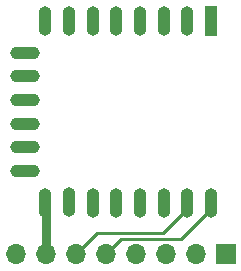
<source format=gbr>
G04 #@! TF.GenerationSoftware,KiCad,Pcbnew,(5.1.5)-3*
G04 #@! TF.CreationDate,2019-12-26T10:02:20-08:00*
G04 #@! TF.ProjectId,esp8266_bcard,65737038-3236-4365-9f62-636172642e6b,rev?*
G04 #@! TF.SameCoordinates,Original*
G04 #@! TF.FileFunction,Copper,L2,Bot*
G04 #@! TF.FilePolarity,Positive*
%FSLAX46Y46*%
G04 Gerber Fmt 4.6, Leading zero omitted, Abs format (unit mm)*
G04 Created by KiCad (PCBNEW (5.1.5)-3) date 2019-12-26 10:02:20*
%MOMM*%
%LPD*%
G04 APERTURE LIST*
%ADD10O,2.500000X1.100000*%
%ADD11O,1.100000X2.500000*%
%ADD12R,1.100000X2.500000*%
%ADD13O,1.700000X1.700000*%
%ADD14R,1.700000X1.700000*%
%ADD15C,0.762000*%
%ADD16C,0.254000*%
%ADD17C,0.250000*%
G04 APERTURE END LIST*
D10*
X160830000Y-122450000D03*
X160830000Y-120450000D03*
X160830000Y-118450000D03*
X160830000Y-116450000D03*
X160830000Y-114450000D03*
X160830000Y-112450000D03*
D11*
X176530000Y-125160000D03*
X174530000Y-125160000D03*
X172530000Y-125160000D03*
X170530000Y-125160000D03*
X168530000Y-125160000D03*
X166530000Y-125160000D03*
X164530000Y-125060000D03*
X162530000Y-125160000D03*
X162530000Y-109760000D03*
X164530000Y-109760000D03*
X166530000Y-109760000D03*
X168530000Y-109760000D03*
X170530000Y-109760000D03*
X172530000Y-109760000D03*
X174530000Y-109760000D03*
D12*
X176530000Y-109760000D03*
D13*
X160020000Y-129540000D03*
X162560000Y-129540000D03*
X165100000Y-129540000D03*
X167640000Y-129540000D03*
X170180000Y-129540000D03*
X172720000Y-129540000D03*
X175260000Y-129540000D03*
D14*
X177800000Y-129540000D03*
D15*
X162560000Y-124490000D02*
X162560000Y-129540000D01*
D16*
X162530000Y-124460000D02*
X162560000Y-124490000D01*
X165100000Y-129540000D02*
X166878000Y-127762000D01*
X166878000Y-127762000D02*
X172466000Y-127762000D01*
X172466000Y-127762000D02*
X173260000Y-126968000D01*
D17*
X174530000Y-125698000D02*
X174530000Y-124460000D01*
X173260000Y-126968000D02*
X174530000Y-125698000D01*
D16*
X167640000Y-129540000D02*
X168910000Y-128270000D01*
X168910000Y-128270000D02*
X173990000Y-128270000D01*
X173990000Y-128270000D02*
X175260000Y-127000000D01*
D17*
X176530000Y-125730000D02*
X176530000Y-124460000D01*
X175260000Y-127000000D02*
X176530000Y-125730000D01*
M02*

</source>
